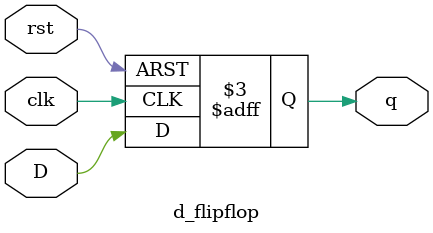
<source format=v>
/*
Author: Lab-provided code
Title: D flip-flop
Summary: Behavioral model of a d flip-flop
*/


module d_flipflop(q, D, clk, rst);
   input D, clk, rst; // DFF input, clock, reset
   output q; // DFF output, DFF negated output
   //reg q;

   // flip-flop storage logic
   always@ (negedge rst or posedge clk)
   begin
      if(!rst)
         q = 0;
      else
         q = D;
   end
endmodule 
</source>
